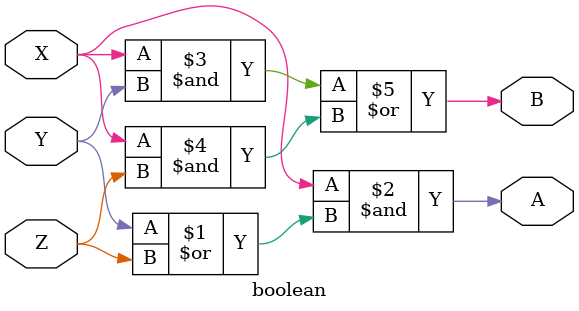
<source format=v>
module boolean(

    input   X,
    input   Y,
    input   Z,
    
    output  A,
    output  B,
    );

    
   assign A=(X&(Y|Z));
   assign B=((X&Y)|(X&Z));

    endmodule

</source>
